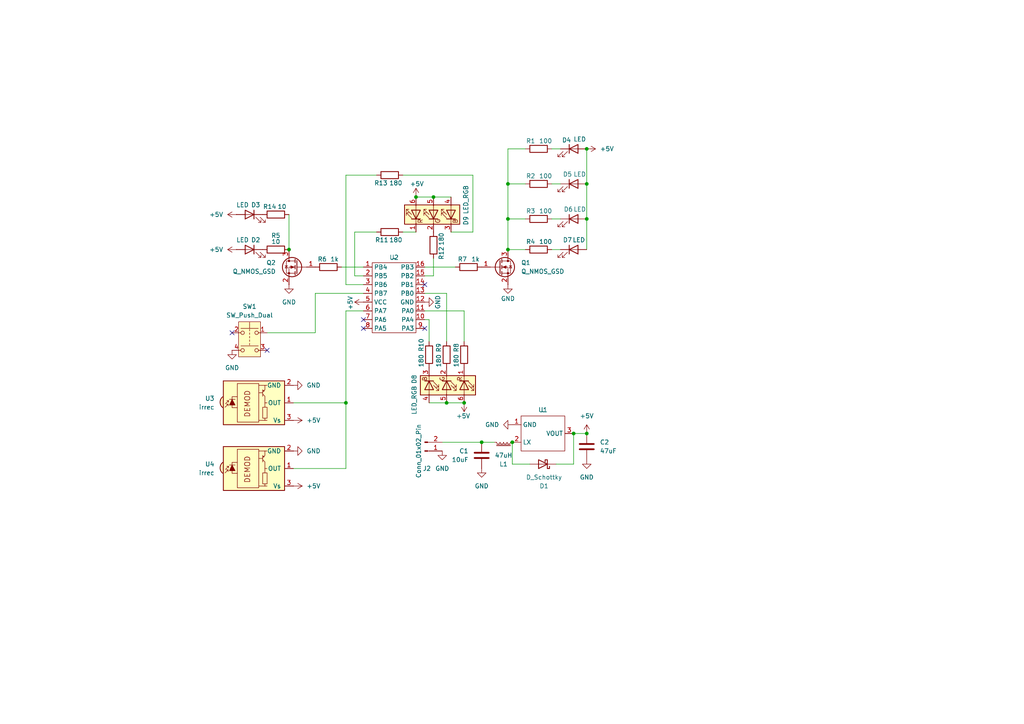
<source format=kicad_sch>
(kicad_sch (version 20250114) (generator "eeschema") (generator_version "9.0")
  (paper "A4")
  (title_block (title "LED trinket") (company "(c)2025 Theo Borm"))
  (lib_symbols
    (symbol "Connector:Conn_01x02_Pin" (pin_names (offset 1.016) (hide yes))
      (property "Reference" "J" (at 0 2.54 0))
      (property "Value" "Conn_01x02_Pin" (at 0 -5.08 0))
      (symbol "Conn_01x02_Pin_1_1"
        (rectangle (start 0.8636 0.127) (end 0 -0.127) (stroke (width 0.1524)) (fill (type outline)))
        (rectangle (start 0.8636 -2.413) (end 0 -2.667) (stroke (width 0.1524)) (fill (type outline)))
        (polyline (pts (xy 1.27 0) (xy 0.8636 0)) (stroke (width 0.1524)))
        (polyline (pts (xy 1.27 -2.54) (xy 0.8636 -2.54)) (stroke (width 0.1524)))
        (pin passive line (at 5.08 0 180) (length 3.81) (name "Pin_1") (number "1"))
        (pin passive line (at 5.08 -2.54 180) (length 3.81) (name "Pin_2") (number "2"))
      )
    )
    (symbol "Device:C" (pin_numbers (hide yes)) (pin_names (offset 0.254))
      (property "Reference" "C" (at 0.635 2.54 0))
      (property "Value" "C" (at 0.635 -2.54 0))
      (symbol "C_0_1"
        (polyline (pts (xy -2.032 0.762) (xy 2.032 0.762)) (stroke (width 0.508)))
        (polyline (pts (xy -2.032 -0.762) (xy 2.032 -0.762)) (stroke (width 0.508)))
      )
      (symbol "C_1_1"
        (pin passive line (at 0 3.81 270) (length 2.794) (name "~") (number "1"))
        (pin passive line (at 0 -3.81 90) (length 2.794) (name "~") (number "2"))
      )
    )
    (symbol "Device:D_Schottky" (pin_numbers (hide yes)) (pin_names (offset 1.016) (hide yes))
      (property "Reference" "D" (at 0 2.54 0))
      (property "Value" "D_Schottky" (at 0 -2.54 0))
      (symbol "D_Schottky_0_1"
        (polyline (pts (xy -1.905 0.635) (xy -1.905 1.27) (xy -1.27 1.27) (xy -1.27 -1.27) (xy -0.635 -1.27) (xy -0.635 -0.635)) (stroke (width 0.254)))
        (polyline (pts (xy 1.27 1.27) (xy 1.27 -1.27) (xy -1.27 0) (xy 1.27 1.27)) (stroke (width 0.254)))
        (polyline (pts (xy 1.27 0) (xy -1.27 0)))
      )
      (symbol "D_Schottky_1_1"
        (pin passive line (at -3.81 0 0) (length 2.54) (name "K") (number "1"))
        (pin passive line (at 3.81 0 180) (length 2.54) (name "A") (number "2"))
      )
    )
    (symbol "Device:LED" (pin_numbers (hide yes)) (pin_names (offset 1.016) (hide yes))
      (property "Reference" "D" (at 0 2.54 0))
      (property "Value" "LED" (at 0 -2.54 0))
      (symbol "LED_0_1"
        (polyline (pts (xy -3.048 -0.762) (xy -4.572 -2.286) (xy -3.81 -2.286) (xy -4.572 -2.286) (xy -4.572 -1.524)))
        (polyline (pts (xy -1.778 -0.762) (xy -3.302 -2.286) (xy -2.54 -2.286) (xy -3.302 -2.286) (xy -3.302 -1.524)))
        (polyline (pts (xy -1.27 0) (xy 1.27 0)))
        (polyline (pts (xy -1.27 -1.27) (xy -1.27 1.27)) (stroke (width 0.254)))
        (polyline (pts (xy 1.27 -1.27) (xy 1.27 1.27) (xy -1.27 0) (xy 1.27 -1.27)) (stroke (width 0.254)))
      )
      (symbol "LED_1_1"
        (pin passive line (at -3.81 0 0) (length 2.54) (name "K") (number "1"))
        (pin passive line (at 3.81 0 180) (length 2.54) (name "A") (number "2"))
      )
    )
    (symbol "Device:LED_RGB" (pin_names (offset 0) (hide yes))
      (property "Reference" "D" (at 0 9.398 0))
      (property "Value" "LED_RGB" (at 0 -8.89 0))
      (symbol "LED_RGB_0_0"
        (text "R" (at -1.905 3.81 0) (effects (font (size 1.27 1.27))))
        (text "G" (at -1.905 -1.27 0) (effects (font (size 1.27 1.27))))
        (text "B" (at -1.905 -6.35 0) (effects (font (size 1.27 1.27))))
      )
      (symbol "LED_RGB_0_1"
        (polyline (pts (xy -1.27 6.35) (xy -1.27 3.81)) (stroke (width 0.254)))
        (polyline (pts (xy -1.27 6.35) (xy -1.27 3.81) (xy -1.27 3.81)))
        (polyline (pts (xy -1.27 5.08) (xy -2.54 5.08)))
        (polyline (pts (xy -1.27 5.08) (xy 1.27 5.08)))
        (polyline (pts (xy -1.27 1.27) (xy -1.27 -1.27)) (stroke (width 0.254)))
        (polyline (pts (xy -1.27 1.27) (xy -1.27 -1.27) (xy -1.27 -1.27)))
        (polyline (pts (xy -1.27 0) (xy -2.54 0)))
        (polyline (pts (xy -1.27 -3.81) (xy -1.27 -6.35)) (stroke (width 0.254)))
        (polyline (pts (xy -1.27 -5.08) (xy -2.54 -5.08)))
        (polyline (pts (xy -1.27 -5.08) (xy 1.27 -5.08)))
        (polyline (pts (xy -1.016 6.35) (xy 0.508 7.874) (xy -0.254 7.874) (xy 0.508 7.874) (xy 0.508 7.112)))
        (polyline (pts (xy -1.016 1.27) (xy 0.508 2.794) (xy -0.254 2.794) (xy 0.508 2.794) (xy 0.508 2.032)))
        (polyline (pts (xy -1.016 -3.81) (xy 0.508 -2.286) (xy -0.254 -2.286) (xy 0.508 -2.286) (xy 0.508 -3.048)))
        (polyline (pts (xy 0 6.35) (xy 1.524 7.874) (xy 0.762 7.874) (xy 1.524 7.874) (xy 1.524 7.112)))
        (polyline (pts (xy 0 1.27) (xy 1.524 2.794) (xy 0.762 2.794) (xy 1.524 2.794) (xy 1.524 2.032)))
        (polyline (pts (xy 0 -3.81) (xy 1.524 -2.286) (xy 0.762 -2.286) (xy 1.524 -2.286) (xy 1.524 -3.048)))
        (polyline (pts (xy 1.27 6.35) (xy 1.27 3.81) (xy -1.27 5.08) (xy 1.27 6.35)) (stroke (width 0.254)))
        (rectangle (start 1.27 6.35) (end 1.27 6.35))
        (polyline (pts (xy 1.27 5.08) (xy 2.54 5.08)))
        (rectangle (start 1.27 3.81) (end 1.27 6.35))
        (polyline (pts (xy 1.27 1.27) (xy 1.27 -1.27) (xy -1.27 0) (xy 1.27 1.27)) (stroke (width 0.254)))
        (rectangle (start 1.27 1.27) (end 1.27 1.27))
        (polyline (pts (xy 1.27 0) (xy -1.27 0)))
        (polyline (pts (xy 1.27 0) (xy 2.54 0)))
        (rectangle (start 1.27 -1.27) (end 1.27 1.27))
        (polyline (pts (xy 1.27 -3.81) (xy 1.27 -6.35) (xy -1.27 -5.08) (xy 1.27 -3.81)) (stroke (width 0.254)))
        (polyline (pts (xy 1.27 -5.08) (xy 2.54 -5.08)))
        (rectangle (start 2.794 8.382) (end -2.794 -7.62) (stroke (width 0.254)) (fill (type background)))
      )
      (symbol "LED_RGB_1_1"
        (pin passive line (at -5.08 5.08 0) (length 2.54) (name "RK") (number "1"))
        (pin passive line (at -5.08 0 0) (length 2.54) (name "GK") (number "2"))
        (pin passive line (at -5.08 -5.08 0) (length 2.54) (name "BK") (number "3"))
        (pin passive line (at 5.08 5.08 180) (length 2.54) (name "RA") (number "6"))
        (pin passive line (at 5.08 0 180) (length 2.54) (name "GA") (number "5"))
        (pin passive line (at 5.08 -5.08 180) (length 2.54) (name "BA") (number "4"))
      )
    )
    (symbol "Device:L_Iron_Small" (pin_numbers (hide yes)) (pin_names (offset 0.254) (hide yes))
      (property "Reference" "L" (at 1.27 1.016 0))
      (property "Value" "L_Iron_Small" (at 1.27 -1.27 0))
      (symbol "L_Iron_Small_0_1"
        (arc (start 0 2.032) (mid 0.5058 1.524) (end 0 1.016))
        (arc (start 0 1.016) (mid 0.5058 0.508) (end 0 0))
        (arc (start 0 0) (mid 0.5058 -0.508) (end 0 -1.016))
        (arc (start 0 -1.016) (mid 0.5058 -1.524) (end 0 -2.032))
        (polyline (pts (xy 0.762 2.032) (xy 0.762 -2.032)))
        (polyline (pts (xy 1.016 -2.032) (xy 1.016 2.032)))
      )
      (symbol "L_Iron_Small_1_1"
        (pin passive line (at 0 2.54 270) (length 0.508) (name "~") (number "1"))
        (pin passive line (at 0 -2.54 90) (length 0.508) (name "~") (number "2"))
      )
    )
    (symbol "Device:R" (pin_numbers (hide yes)) (pin_names (offset 0))
      (property "Reference" "R" (at 2.032 0 90))
      (property "Value" "R" (at 0 0 90))
      (symbol "R_0_1"
        (rectangle (start -1.016 -2.54) (end 1.016 2.54) (stroke (width 0.254)))
      )
      (symbol "R_1_1"
        (pin passive line (at 0 3.81 270) (length 1.27) (name "~") (number "1"))
        (pin passive line (at 0 -3.81 90) (length 1.27) (name "~") (number "2"))
      )
    )
    (symbol "LED_1" (pin_numbers (hide yes)) (pin_names (offset 1.016) (hide yes))
      (property "Reference" "D" (at 0 2.54 0))
      (property "Value" "LED" (at 0 -2.54 0))
      (symbol "LED_1_0_1"
        (polyline (pts (xy -3.048 -0.762) (xy -4.572 -2.286) (xy -3.81 -2.286) (xy -4.572 -2.286) (xy -4.572 -1.524)))
        (polyline (pts (xy -1.778 -0.762) (xy -3.302 -2.286) (xy -2.54 -2.286) (xy -3.302 -2.286) (xy -3.302 -1.524)))
        (polyline (pts (xy -1.27 0) (xy 1.27 0)))
        (polyline (pts (xy -1.27 -1.27) (xy -1.27 1.27)) (stroke (width 0.254)))
        (polyline (pts (xy 1.27 -1.27) (xy 1.27 1.27) (xy -1.27 0) (xy 1.27 -1.27)) (stroke (width 0.254)))
      )
      (symbol "LED_1_1_1"
        (pin passive line (at -3.81 0 0) (length 2.54) (name "K") (number "1"))
        (pin passive line (at 3.81 0 180) (length 2.54) (name "A") (number "2"))
      )
    )
    (symbol "LED_2" (pin_numbers (hide yes)) (pin_names (offset 1.016) (hide yes))
      (property "Reference" "D" (at 0 2.54 0))
      (property "Value" "LED" (at 0 -2.54 0))
      (symbol "LED_2_0_1"
        (polyline (pts (xy -3.048 -0.762) (xy -4.572 -2.286) (xy -3.81 -2.286) (xy -4.572 -2.286) (xy -4.572 -1.524)))
        (polyline (pts (xy -1.778 -0.762) (xy -3.302 -2.286) (xy -2.54 -2.286) (xy -3.302 -2.286) (xy -3.302 -1.524)))
        (polyline (pts (xy -1.27 0) (xy 1.27 0)))
        (polyline (pts (xy -1.27 -1.27) (xy -1.27 1.27)) (stroke (width 0.254)))
        (polyline (pts (xy 1.27 -1.27) (xy 1.27 1.27) (xy -1.27 0) (xy 1.27 -1.27)) (stroke (width 0.254)))
      )
      (symbol "LED_2_1_1"
        (pin passive line (at -3.81 0 0) (length 2.54) (name "K") (number "1"))
        (pin passive line (at 3.81 0 180) (length 2.54) (name "A") (number "2"))
      )
    )
    (symbol "LED_3" (pin_numbers (hide yes)) (pin_names (offset 1.016) (hide yes))
      (property "Reference" "D" (at 0 2.54 0))
      (property "Value" "LED" (at 0 -2.54 0))
      (symbol "LED_3_0_1"
        (polyline (pts (xy -3.048 -0.762) (xy -4.572 -2.286) (xy -3.81 -2.286) (xy -4.572 -2.286) (xy -4.572 -1.524)))
        (polyline (pts (xy -1.778 -0.762) (xy -3.302 -2.286) (xy -2.54 -2.286) (xy -3.302 -2.286) (xy -3.302 -1.524)))
        (polyline (pts (xy -1.27 0) (xy 1.27 0)))
        (polyline (pts (xy -1.27 -1.27) (xy -1.27 1.27)) (stroke (width 0.254)))
        (polyline (pts (xy 1.27 -1.27) (xy 1.27 1.27) (xy -1.27 0) (xy 1.27 -1.27)) (stroke (width 0.254)))
      )
      (symbol "LED_3_1_1"
        (pin passive line (at -3.81 0 0) (length 2.54) (name "K") (number "1"))
        (pin passive line (at 3.81 0 180) (length 2.54) (name "A") (number "2"))
      )
    )
    (symbol "LED_4" (pin_numbers (hide yes)) (pin_names (offset 1.016) (hide yes))
      (property "Reference" "D" (at 0 2.54 0))
      (property "Value" "LED" (at 0 -2.54 0))
      (symbol "LED_4_0_1"
        (polyline (pts (xy -3.048 -0.762) (xy -4.572 -2.286) (xy -3.81 -2.286) (xy -4.572 -2.286) (xy -4.572 -1.524)))
        (polyline (pts (xy -1.778 -0.762) (xy -3.302 -2.286) (xy -2.54 -2.286) (xy -3.302 -2.286) (xy -3.302 -1.524)))
        (polyline (pts (xy -1.27 0) (xy 1.27 0)))
        (polyline (pts (xy -1.27 -1.27) (xy -1.27 1.27)) (stroke (width 0.254)))
        (polyline (pts (xy 1.27 -1.27) (xy 1.27 1.27) (xy -1.27 0) (xy 1.27 -1.27)) (stroke (width 0.254)))
      )
      (symbol "LED_4_1_1"
        (pin passive line (at -3.81 0 0) (length 2.54) (name "K") (number "1"))
        (pin passive line (at 3.81 0 180) (length 2.54) (name "A") (number "2"))
      )
    )
    (symbol "LED_5" (pin_numbers (hide yes)) (pin_names (offset 1.016) (hide yes))
      (property "Reference" "D" (at 0 2.54 0))
      (property "Value" "LED" (at 0 -2.54 0))
      (symbol "LED_5_0_1"
        (polyline (pts (xy -3.048 -0.762) (xy -4.572 -2.286) (xy -3.81 -2.286) (xy -4.572 -2.286) (xy -4.572 -1.524)))
        (polyline (pts (xy -1.778 -0.762) (xy -3.302 -2.286) (xy -2.54 -2.286) (xy -3.302 -2.286) (xy -3.302 -1.524)))
        (polyline (pts (xy -1.27 0) (xy 1.27 0)))
        (polyline (pts (xy -1.27 -1.27) (xy -1.27 1.27)) (stroke (width 0.254)))
        (polyline (pts (xy 1.27 -1.27) (xy 1.27 1.27) (xy -1.27 0) (xy 1.27 -1.27)) (stroke (width 0.254)))
      )
      (symbol "LED_5_1_1"
        (pin passive line (at -3.81 0 0) (length 2.54) (name "K") (number "1"))
        (pin passive line (at 3.81 0 180) (length 2.54) (name "A") (number "2"))
      )
    )
    (symbol "Switch:SW_Push_Dual" (pin_names (offset 1.016) (hide yes))
      (property "Reference" "SW" (at 0 7.62 0))
      (property "Value" "SW_Push_Dual" (at 0 -6.35 0))
      (symbol "SW_Push_Dual_0_1"
        (circle (center -2.032 2.54) (radius 0.508))
        (circle (center -2.032 -2.54) (radius 0.508))
        (polyline (pts (xy 0 3.81) (xy 0 5.588)))
        (polyline (pts (xy 0 3.048) (xy 0 3.556)))
        (polyline (pts (xy 0 2.032) (xy 0 2.54)))
        (polyline (pts (xy 0 1.016) (xy 0 1.524)))
        (polyline (pts (xy 0 0.508) (xy 0 0)))
        (polyline (pts (xy 0 -0.508) (xy 0 -1.016)))
        (circle (center 2.032 2.54) (radius 0.508))
        (circle (center 2.032 -2.54) (radius 0.508))
        (polyline (pts (xy 2.54 3.81) (xy -2.54 3.81)))
        (polyline (pts (xy 2.54 -1.27) (xy -2.54 -1.27)))
        (pin passive line (at -5.08 2.54 0) (length 2.54) (name "1") (number "1"))
        (pin passive line (at -5.08 -2.54 0) (length 2.54) (name "3") (number "3"))
        (pin passive line (at 5.08 2.54 180) (length 2.54) (name "2") (number "2"))
        (pin passive line (at 5.08 -2.54 180) (length 2.54) (name "4") (number "4"))
      )
      (symbol "SW_Push_Dual_1_1"
        (rectangle (start -3.175 5.715) (end 3.175 -4.445) (fill (type background)))
      )
    )
    (symbol "Transistor_FET:Q_NMOS_GSD" (pin_names (offset 0) (hide yes))
      (property "Reference" "Q" (at 5.08 1.905 0))
      (property "Value" "Q_NMOS_GSD" (at 5.08 0 0))
      (symbol "Q_NMOS_GSD_0_1"
        (polyline (pts (xy 0.254 1.905) (xy 0.254 -1.905)) (stroke (width 0.254)))
        (polyline (pts (xy 0.254 0) (xy -2.54 0)))
        (polyline (pts (xy 0.762 2.286) (xy 0.762 1.27)) (stroke (width 0.254)))
        (polyline (pts (xy 0.762 0.508) (xy 0.762 -0.508)) (stroke (width 0.254)))
        (polyline (pts (xy 0.762 -1.27) (xy 0.762 -2.286)) (stroke (width 0.254)))
        (polyline (pts (xy 0.762 -1.778) (xy 3.302 -1.778) (xy 3.302 1.778) (xy 0.762 1.778)))
        (polyline (pts (xy 1.016 0) (xy 2.032 0.381) (xy 2.032 -0.381) (xy 1.016 0)) (fill (type outline)))
        (circle (center 1.651 0) (radius 2.794) (stroke (width 0.254)))
        (polyline (pts (xy 2.54 2.54) (xy 2.54 1.778)))
        (circle (center 2.54 1.778) (radius 0.254) (fill (type outline)))
        (circle (center 2.54 -1.778) (radius 0.254) (fill (type outline)))
        (polyline (pts (xy 2.54 -2.54) (xy 2.54 0) (xy 0.762 0)))
        (polyline (pts (xy 2.921 0.381) (xy 3.683 0.381)))
        (polyline (pts (xy 3.302 0.381) (xy 2.921 -0.254) (xy 3.683 -0.254) (xy 3.302 0.381)))
      )
      (symbol "Q_NMOS_GSD_1_1"
        (pin input line (at -5.08 0 0) (length 2.54) (name "G") (number "1"))
        (pin passive line (at 2.54 5.08 270) (length 2.54) (name "D") (number "3"))
        (pin passive line (at 2.54 -5.08 90) (length 2.54) (name "S") (number "2"))
      )
    )
    (symbol "irrec_1" (pin_names (offset 1.016))
      (property "Reference" "U" (at -10.16 7.62 0))
      (property "Value" "irrec" (at -10.16 -7.62 0))
      (symbol "irrec_1_0_0"
        (arc (start -10.287 -1.778) (mid -11.0899 -0.1905) (end -10.287 1.397) (stroke (width 0.254)) (fill (type background)))
        (polyline (pts (xy 1.905 5.08) (xy 0.127 5.08)))
        (polyline (pts (xy 1.905 -5.08) (xy 0.127 -5.08)))
        (text "DEMOD" (at -3.175 0.254 900) (effects (font (size 1.524 1.524))))
      )
      (symbol "irrec_1_0_1"
        (polyline (pts (xy -8.763 0.381) (xy -9.652 1.27)))
        (polyline (pts (xy -8.763 0.381) (xy -9.271 0.381)))
        (polyline (pts (xy -8.763 0.381) (xy -8.763 0.889)))
        (polyline (pts (xy -8.636 -0.635) (xy -9.525 0.254)))
        (polyline (pts (xy -8.636 -0.635) (xy -9.144 -0.635)))
        (polyline (pts (xy -8.636 -0.635) (xy -8.636 -0.127)))
        (polyline (pts (xy -8.382 0.635) (xy -6.731 0.635) (xy -7.62 -1.016) (xy -8.382 0.635)) (fill (type outline)))
        (polyline (pts (xy -8.382 -1.016) (xy -6.731 -1.016)))
        (rectangle (start -6.096 5.588) (end 0.127 -5.588))
        (polyline (pts (xy -6.096 1.397) (xy -7.62 1.397) (xy -7.62 -1.778) (xy -6.096 -1.778)))
        (polyline (pts (xy 1.27 -1.905) (xy 1.27 -3.81)))
        (polyline (pts (xy 1.27 -2.54) (xy 1.905 -1.905) (xy 1.905 0) (xy 2.54 0)))
        (polyline (pts (xy 1.27 -2.921) (xy 0.127 -2.921)))
        (polyline (pts (xy 1.27 -3.175) (xy 1.905 -3.81) (xy 1.905 -5.08) (xy 2.54 -5.08)))
        (polyline (pts (xy 1.397 -3.556) (xy 1.524 -3.556)))
        (polyline (pts (xy 1.651 -3.556) (xy 1.524 -3.556)))
        (polyline (pts (xy 1.651 -3.556) (xy 1.651 -3.302)))
        (polyline (pts (xy 1.905 4.445) (xy 1.905 5.08) (xy 2.54 5.08)))
        (polyline (pts (xy 1.905 0) (xy 1.905 1.27)))
        (rectangle (start 2.54 1.27) (end 1.27 4.445))
        (rectangle (start 7.62 6.35) (end -10.16 -6.35) (stroke (width 0.254)) (fill (type background)))
      )
      (symbol "irrec_1_1_1"
        (pin power_in line (at 10.16 5.08 180) (length 2.54) (name "Vs") (number "3"))
        (pin open_collector line (at 10.16 0 180) (length 2.54) (name "OUT") (number "1"))
        (pin power_in line (at 10.16 -5.08 180) (length 2.54) (name "GND") (number "2"))
      )
    )
    (symbol "power:+5V" (power) (pin_numbers (hide yes)) (pin_names (offset 0) (hide yes))
      (property "Value" "+5V" (at 0 3.556 0))
      (symbol "+5V_0_1"
        (polyline (pts (xy -0.762 1.27) (xy 0 2.54)))
        (polyline (pts (xy 0 2.54) (xy 0.762 1.27)))
        (polyline (pts (xy 0 0) (xy 0 2.54)))
      )
      (symbol "+5V_1_1"
        (pin power_in line (at 0 0 90) (length 0) (name "~") (number "1"))
      )
    )
    (symbol "power:GND" (power) (pin_numbers (hide yes)) (pin_names (offset 0) (hide yes))
      (property "Value" "GND" (at 0 -3.81 0))
      (symbol "GND_0_1"
        (polyline (pts (xy 0 0) (xy 0 -1.27) (xy 1.27 -1.27) (xy 0 -2.54) (xy -1.27 -1.27) (xy 0 -1.27)))
      )
      (symbol "GND_1_1"
        (pin power_in line (at 0 0 270) (length 0) (name "~") (number "1"))
      )
    )
    (symbol "trinket:irrec" (pin_names (offset 1.016))
      (property "Reference" "U" (at -10.16 7.62 0))
      (property "Value" "irrec" (at -10.16 -7.62 0))
      (symbol "irrec_0_0"
        (arc (start -10.287 -1.778) (mid -11.0899 -0.1905) (end -10.287 1.397) (stroke (width 0.254)) (fill (type background)))
        (polyline (pts (xy 1.905 5.08) (xy 0.127 5.08)))
        (polyline (pts (xy 1.905 -5.08) (xy 0.127 -5.08)))
        (text "DEMOD" (at -3.175 0.254 900) (effects (font (size 1.524 1.524))))
      )
      (symbol "irrec_0_1"
        (polyline (pts (xy -8.763 0.381) (xy -9.652 1.27)))
        (polyline (pts (xy -8.763 0.381) (xy -9.271 0.381)))
        (polyline (pts (xy -8.763 0.381) (xy -8.763 0.889)))
        (polyline (pts (xy -8.636 -0.635) (xy -9.525 0.254)))
        (polyline (pts (xy -8.636 -0.635) (xy -9.144 -0.635)))
        (polyline (pts (xy -8.636 -0.635) (xy -8.636 -0.127)))
        (polyline (pts (xy -8.382 0.635) (xy -6.731 0.635) (xy -7.62 -1.016) (xy -8.382 0.635)) (fill (type outline)))
        (polyline (pts (xy -8.382 -1.016) (xy -6.731 -1.016)))
        (rectangle (start -6.096 5.588) (end 0.127 -5.588))
        (polyline (pts (xy -6.096 1.397) (xy -7.62 1.397) (xy -7.62 -1.778) (xy -6.096 -1.778)))
        (polyline (pts (xy 1.27 -1.905) (xy 1.27 -3.81)))
        (polyline (pts (xy 1.27 -2.54) (xy 1.905 -1.905) (xy 1.905 0) (xy 2.54 0)))
        (polyline (pts (xy 1.27 -2.921) (xy 0.127 -2.921)))
        (polyline (pts (xy 1.27 -3.175) (xy 1.905 -3.81) (xy 1.905 -5.08) (xy 2.54 -5.08)))
        (polyline (pts (xy 1.397 -3.556) (xy 1.524 -3.556)))
        (polyline (pts (xy 1.651 -3.556) (xy 1.524 -3.556)))
        (polyline (pts (xy 1.651 -3.556) (xy 1.651 -3.302)))
        (polyline (pts (xy 1.905 4.445) (xy 1.905 5.08) (xy 2.54 5.08)))
        (polyline (pts (xy 1.905 0) (xy 1.905 1.27)))
        (rectangle (start 2.54 1.27) (end 1.27 4.445))
        (rectangle (start 7.62 6.35) (end -10.16 -6.35) (stroke (width 0.254)) (fill (type background)))
      )
      (symbol "irrec_1_1"
        (pin power_in line (at 10.16 5.08 180) (length 2.54) (name "Vs") (number "3"))
        (pin open_collector line (at 10.16 0 180) (length 2.54) (name "OUT") (number "1"))
        (pin power_in line (at 10.16 -5.08 180) (length 2.54) (name "GND") (number "2"))
      )
    )
    (symbol "trinket:pfs154"
      (property "Reference" "U" (at 0 0 0))
      (symbol "pfs154_0_1"
        (rectangle (start -6.35 10.16) (end 6.35 -10.16))
      )
      (symbol "pfs154_1_1"
        (pin passive line (at -8.89 8.89 0) (length 2.54) (name "PB4") (number "1"))
        (pin passive line (at -8.89 6.35 0) (length 2.54) (name "PB5") (number "2"))
        (pin passive line (at -8.89 3.81 0) (length 2.54) (name "PB6") (number "3"))
        (pin passive line (at -8.89 1.27 0) (length 2.54) (name "PB7") (number "4"))
        (pin power_in line (at -8.89 -1.27 0) (length 2.54) (name "VCC") (number "5"))
        (pin passive line (at -8.89 -3.81 0) (length 2.54) (name "PA7") (number "6"))
        (pin passive line (at -8.89 -6.35 0) (length 2.54) (name "PA6") (number "7"))
        (pin passive line (at -8.89 -8.89 0) (length 2.54) (name "PA5") (number "8"))
        (pin passive line (at 8.89 8.89 180) (length 2.54) (name "PB3") (number "16"))
        (pin passive line (at 8.89 6.35 180) (length 2.54) (name "PB2") (number "15"))
        (pin passive line (at 8.89 3.81 180) (length 2.54) (name "PB1") (number "14"))
        (pin passive line (at 8.89 1.27 180) (length 2.54) (name "PB0") (number "13"))
        (pin power_in line (at 8.89 -1.27 180) (length 2.54) (name "GND") (number "12"))
        (pin passive line (at 8.89 -3.81 180) (length 2.54) (name "PA0") (number "11"))
        (pin passive line (at 8.89 -6.35 180) (length 2.54) (name "PA4") (number "10"))
        (pin passive line (at 8.89 -8.89 180) (length 2.54) (name "PA3") (number "9"))
      )
    )
    (symbol "trinket:qx2303"
      (property "Reference" "U" (at 0 0 0))
      (symbol "qx2303_1_1"
        (rectangle (start -6.35 5.08) (end 6.35 -5.08))
        (pin power_out line (at -8.89 2.54 0) (length 2.54) (name "GND") (number "1"))
        (pin passive line (at -8.89 -2.54 0) (length 2.54) (name "LX") (number "2"))
        (pin power_out line (at 8.89 0 180) (length 2.54) (name "VOUT") (number "3"))
      )
    )
  )
  (junction (at 148.59 128.27))
  (junction (at 147.32 53.34))
  (junction (at 83.82 72.39))
  (junction (at 170.18 43.18))
  (junction (at 129.54 116.84))
  (junction (at 147.32 63.5))
  (junction (at 147.32 72.39))
  (junction (at 134.62 116.84))
  (junction (at 166.37 125.73))
  (junction (at 125.73 57.15))
  (junction (at 139.7 128.27))
  (junction (at 170.18 63.5))
  (junction (at 100.33 116.84))
  (junction (at 170.18 125.73))
  (junction (at 120.65 57.15))
  (junction (at 170.18 53.34))
  (no_connect (at 123.19 95.25))
  (no_connect (at 105.41 92.71))
  (no_connect (at 77.47 101.6))
  (no_connect (at 123.19 82.55))
  (no_connect (at 105.41 95.25))
  (no_connect (at 67.31 96.52))
  (wire (pts (xy 125.73 57.15) (xy 130.81 57.15)))
  (wire (pts (xy 100.33 50.8) (xy 100.33 82.55)))
  (wire (pts (xy 102.87 67.31) (xy 109.22 67.31)))
  (wire (pts (xy 148.59 134.62) (xy 153.67 134.62)))
  (wire (pts (xy 161.29 134.62) (xy 166.37 134.62)))
  (wire (pts (xy 83.82 62.23) (xy 83.82 72.39)))
  (wire (pts (xy 160.02 72.39) (xy 162.56 72.39)))
  (wire (pts (xy 137.16 67.31) (xy 130.81 67.31)))
  (wire (pts (xy 124.46 92.71) (xy 124.46 99.06)))
  (wire (pts (xy 170.18 43.18) (xy 170.18 53.34)))
  (wire (pts (xy 105.41 82.55) (xy 100.33 82.55)))
  (wire (pts (xy 147.32 53.34) (xy 152.4 53.34)))
  (wire (pts (xy 85.09 135.89) (xy 100.33 135.89)))
  (wire (pts (xy 100.33 90.17) (xy 100.33 116.84)))
  (wire (pts (xy 116.84 67.31) (xy 120.65 67.31)))
  (wire (pts (xy 123.19 85.09) (xy 129.54 85.09)))
  (wire (pts (xy 134.62 116.84) (xy 129.54 116.84)))
  (wire (pts (xy 91.44 85.09) (xy 91.44 96.52)))
  (wire (pts (xy 148.59 128.27) (xy 148.59 134.62)))
  (wire (pts (xy 160.02 53.34) (xy 162.56 53.34)))
  (wire (pts (xy 123.19 90.17) (xy 134.62 90.17)))
  (wire (pts (xy 120.65 57.15) (xy 125.73 57.15)))
  (wire (pts (xy 139.7 128.27) (xy 143.51 128.27)))
  (wire (pts (xy 100.33 90.17) (xy 105.41 90.17)))
  (wire (pts (xy 105.41 77.47) (xy 99.06 77.47)))
  (wire (pts (xy 166.37 134.62) (xy 166.37 125.73)))
  (wire (pts (xy 102.87 80.01) (xy 102.87 67.31)))
  (wire (pts (xy 116.84 50.8) (xy 137.16 50.8)))
  (wire (pts (xy 85.09 116.84) (xy 100.33 116.84)))
  (wire (pts (xy 147.32 63.5) (xy 147.32 72.39)))
  (wire (pts (xy 147.32 43.18) (xy 147.32 53.34)))
  (wire (pts (xy 170.18 63.5) (xy 170.18 72.39)))
  (wire (pts (xy 100.33 116.84) (xy 100.33 135.89)))
  (wire (pts (xy 170.18 53.34) (xy 170.18 63.5)))
  (wire (pts (xy 129.54 85.09) (xy 129.54 99.06)))
  (wire (pts (xy 166.37 125.73) (xy 170.18 125.73)))
  (wire (pts (xy 102.87 80.01) (xy 105.41 80.01)))
  (wire (pts (xy 132.08 77.47) (xy 123.19 77.47)))
  (wire (pts (xy 160.02 43.18) (xy 162.56 43.18)))
  (wire (pts (xy 147.32 63.5) (xy 152.4 63.5)))
  (wire (pts (xy 123.19 92.71) (xy 124.46 92.71)))
  (wire (pts (xy 134.62 99.06) (xy 134.62 90.17)))
  (wire (pts (xy 100.33 50.8) (xy 109.22 50.8)))
  (wire (pts (xy 129.54 116.84) (xy 124.46 116.84)))
  (wire (pts (xy 105.41 85.09) (xy 91.44 85.09)))
  (wire (pts (xy 128.27 128.27) (xy 139.7 128.27)))
  (wire (pts (xy 91.44 96.52) (xy 77.47 96.52)))
  (wire (pts (xy 137.16 50.8) (xy 137.16 67.31)))
  (wire (pts (xy 147.32 43.18) (xy 152.4 43.18)))
  (wire (pts (xy 125.73 74.93) (xy 125.73 80.01)))
  (wire (pts (xy 160.02 63.5) (xy 162.56 63.5)))
  (wire (pts (xy 123.19 80.01) (xy 125.73 80.01)))
  (wire (pts (xy 147.32 53.34) (xy 147.32 63.5)))
  (wire (pts (xy 147.32 72.39) (xy 152.4 72.39)))
  (symbol (lib_id "power:+5V") (at 85.09 121.92 270) (mirror x) (unit 1)
    (property "Reference" "#PWR013" (effects (hide yes)))
    (property "Value" "+5V" (at 88.9 121.9199 90) (effects (justify left)))
    (property "Description" "Power symbol creates a global label with name \"+5V\"" (effects (hide yes)))
  )
  (symbol (lib_id "Device:R") (at 113.03 50.8 90) (unit 1)
    (property "Reference" "R13" (at 110.49 53.086 90))
    (property "Value" "180" (at 114.808 53.086 90))
    (property "Footprint" "ledtrinket:R_0805" (effects (hide yes)))
    (property "Description" "Resistor" (effects (hide yes)))
  )
  (symbol (lib_id "Device:R") (at 156.21 72.39 90) (unit 1)
    (property "Reference" "R4" (at 153.924 70.104 90))
    (property "Value" "100" (at 158.242 70.104 90))
    (property "Footprint" "ledtrinket:R_0805" (effects (hide yes)))
    (property "Description" "Resistor" (effects (hide yes)))
  )
  (symbol (lib_id "power:GND") (at 147.32 82.55 0) (unit 1)
    (property "Reference" "#PWR07" (effects (hide yes)))
    (property "Value" "GND" (at 147.32 86.614 0))
    (property "Description" "Power symbol creates a global label with name \"GND\" , ground" (effects (hide yes)))
  )
  (symbol (lib_id "Device:R") (at 134.62 102.87 0) (unit 1)
    (property "Reference" "R8" (at 132.334 100.838 90))
    (property "Value" "180" (at 132.334 104.648 90))
    (property "Footprint" "ledtrinket:R_0805" (effects (hide yes)))
    (property "Description" "Resistor" (effects (hide yes)))
  )
  (symbol (lib_id "Device:R") (at 156.21 53.34 90) (unit 1)
    (property "Reference" "R2" (at 153.924 51.054 90))
    (property "Value" "100" (at 158.242 51.054 90))
    (property "Footprint" "ledtrinket:R_0805" (effects (hide yes)))
    (property "Description" "Resistor" (effects (hide yes)))
  )
  (symbol (lib_id "power:+5V") (at 120.65 57.15 0) (unit 1)
    (property "Reference" "#PWR016" (effects (hide yes)))
    (property "Value" "+5V" (at 118.872 53.34 0) (effects (justify left)))
    (property "Description" "Power symbol creates a global label with name \"+5V\"" (effects (hide yes)))
  )
  (symbol (lib_id "power:+5V") (at 85.09 140.97 270) (mirror x) (unit 1)
    (property "Reference" "#PWR014" (effects (hide yes)))
    (property "Value" "+5V" (at 88.9 140.9699 90) (effects (justify left)))
    (property "Description" "Power symbol creates a global label with name \"+5V\"" (effects (hide yes)))
  )
  (symbol (lib_id "Device:R") (at 113.03 67.31 90) (unit 1)
    (property "Reference" "R11" (at 110.744 69.596 90))
    (property "Value" "180" (at 114.808 69.596 90))
    (property "Footprint" "ledtrinket:R_0805" (effects (hide yes)))
    (property "Description" "Resistor" (effects (hide yes)))
  )
  (symbol (lib_id "Device:R") (at 156.21 43.18 90) (unit 1)
    (property "Reference" "R1" (at 153.924 40.894 90))
    (property "Value" "100" (at 158.242 40.894 90))
    (property "Footprint" "ledtrinket:R_0805" (effects (hide yes)))
    (property "Description" "Resistor" (effects (hide yes)))
  )
  (symbol (lib_name "LED_1") (lib_id "Device:LED") (at 72.39 62.23 0) (mirror y) (unit 1)
    (property "Reference" "D3" (at 74.168 59.436 0))
    (property "Value" "LED" (at 70.358 59.436 0))
    (property "Footprint" "ledtrinket:D_2835" (effects (hide yes)))
    (property "Description" "Light emitting diode" (effects (hide yes)))
    (property "Sim.Pins" "1=K 2=A" (effects (hide yes)))
  )
  (symbol (lib_id "power:GND") (at 128.27 130.81 0) (unit 1)
    (property "Reference" "#PWR021" (effects (hide yes)))
    (property "Value" "GND" (at 128.27 135.89 0))
    (property "Description" "Power symbol creates a global label with name \"GND\" , ground" (effects (hide yes)))
  )
  (symbol (lib_id "Device:C") (at 139.7 132.08 0) (mirror y) (unit 1)
    (property "Reference" "C1" (at 135.89 130.8099 0) (effects (justify left)))
    (property "Value" "10uF" (at 135.89 133.3499 0) (effects (justify left)))
    (property "Footprint" "ledtrinket:C_0805" (effects (hide yes)))
    (property "Description" "Unpolarized capacitor" (effects (hide yes)))
  )
  (symbol (lib_name "LED_4") (lib_id "Device:LED") (at 166.37 53.34 0) (unit 1)
    (property "Reference" "D5" (at 164.592 50.546 0))
    (property "Value" "LED" (at 168.148 50.546 0))
    (property "Footprint" "ledtrinket:led_lamp_th" (effects (hide yes)))
    (property "Description" "Light emitting diode" (effects (hide yes)))
    (property "Sim.Pins" "1=K 2=A" (effects (hide yes)))
  )
  (symbol (lib_id "Transistor_FET:Q_NMOS_GSD") (at 86.36 77.47 0) (mirror y) (unit 1)
    (property "Reference" "Q2" (at 80.01 76.1999 0) (effects (justify left)))
    (property "Value" "Q_NMOS_GSD" (at 80.01 78.7399 0) (effects (justify left)))
    (property "Footprint" "ledtrinket:SOT-23" (effects (hide yes)))
    (property "Description" "N-MOSFET transistor, gate/source/drain" (effects (hide yes)))
  )
  (symbol (lib_id "Device:D_Schottky") (at 157.48 134.62 180) (unit 1)
    (property "Reference" "D1" (at 157.7975 140.97 0))
    (property "Value" "D_Schottky" (at 157.7975 138.43 0))
    (property "Footprint" "ledtrinket:D_SOD-123" (effects (hide yes)))
    (property "Description" "Schottky diode" (effects (hide yes)))
  )
  (symbol (lib_id "power:GND") (at 139.7 135.89 0) (unit 1)
    (property "Reference" "#PWR02" (effects (hide yes)))
    (property "Value" "GND" (at 139.7 140.97 0))
    (property "Description" "Power symbol creates a global label with name \"GND\" , ground" (effects (hide yes)))
  )
  (symbol (lib_id "Device:R") (at 95.25 77.47 270) (mirror x) (unit 1)
    (property "Reference" "R6" (at 93.472 75.184 90))
    (property "Value" "1k" (at 97.028 75.184 90))
    (property "Footprint" "ledtrinket:R_0805" (effects (hide yes)))
    (property "Description" "Resistor" (effects (hide yes)))
  )
  (symbol (lib_id "Device:LED") (at 166.37 72.39 0) (unit 1)
    (property "Reference" "D7" (at 164.592 69.596 0))
    (property "Value" "LED" (at 167.894 69.596 0))
    (property "Footprint" "ledtrinket:led_lamp_th" (effects (hide yes)))
    (property "Description" "Light emitting diode" (effects (hide yes)))
    (property "Sim.Pins" "1=K 2=A" (effects (hide yes)))
  )
  (symbol (lib_id "power:+5V") (at 68.58 62.23 90) (mirror x) (unit 1)
    (property "Reference" "#PWR018" (effects (hide yes)))
    (property "Value" "+5V" (at 64.77 62.2299 90) (effects (justify left)))
    (property "Description" "Power symbol creates a global label with name \"+5V\"" (effects (hide yes)))
  )
  (symbol (lib_name "LED_5") (lib_id "Device:LED") (at 166.37 63.5 0) (unit 1)
    (property "Reference" "D6" (at 164.846 60.706 0))
    (property "Value" "LED" (at 168.148 60.706 0))
    (property "Footprint" "ledtrinket:led_lamp_th" (effects (hide yes)))
    (property "Description" "Light emitting diode" (effects (hide yes)))
    (property "Sim.Pins" "1=K 2=A" (effects (hide yes)))
  )
  (symbol (lib_id "power:+5V") (at 134.62 116.84 180) (unit 1)
    (property "Reference" "#PWR015" (effects (hide yes)))
    (property "Value" "+5V" (at 136.398 120.65 0) (effects (justify left)))
    (property "Description" "Power symbol creates a global label with name \"+5V\"" (effects (hide yes)))
  )
  (symbol (lib_id "Device:R") (at 125.73 71.12 180) (unit 1)
    (property "Reference" "R12" (at 128.016 73.406 90))
    (property "Value" "180" (at 128.016 69.342 90))
    (property "Footprint" "ledtrinket:R_0805" (effects (hide yes)))
    (property "Description" "Resistor" (effects (hide yes)))
  )
  (symbol (lib_id "Device:R") (at 80.01 62.23 270) (mirror x) (unit 1)
    (property "Reference" "R14" (at 78.232 59.944 90))
    (property "Value" "10" (at 81.788 59.944 90))
    (property "Footprint" "ledtrinket:R_1206" (effects (hide yes)))
    (property "Description" "Resistor" (effects (hide yes)))
  )
  (symbol (lib_id "Device:R") (at 135.89 77.47 90) (unit 1)
    (property "Reference" "R7" (at 134.112 75.184 90))
    (property "Value" "1k" (at 137.922 75.184 90))
    (property "Footprint" "ledtrinket:R_0805" (effects (hide yes)))
    (property "Description" "Resistor" (effects (hide yes)))
  )
  (symbol (lib_id "Device:LED_RGB") (at 125.73 62.23 90) (unit 1)
    (property "Reference" "D9" (at 135.128 64.008 0))
    (property "Value" "LED_RGB" (at 135.128 57.912 0))
    (property "Footprint" "ledtrinket:LED_RGB" (effects (hide yes)))
    (property "Description" "RGB LED, 6 pin package" (effects (hide yes)))
  )
  (symbol (lib_id "Device:R") (at 156.21 63.5 90) (unit 1)
    (property "Reference" "R3" (at 153.924 61.214 90))
    (property "Value" "100" (at 158.242 61.214 90))
    (property "Footprint" "ledtrinket:R_0805" (effects (hide yes)))
    (property "Description" "Resistor" (effects (hide yes)))
  )
  (symbol (lib_id "Device:L_Iron_Small") (at 146.05 128.27 270) (unit 1)
    (property "Reference" "L1" (at 146.05 134.62 90))
    (property "Value" "47uH" (at 146.05 132.08 90))
    (property "Footprint" "ledtrinket:L" (effects (hide yes)))
    (property "Description" "Inductor with iron core, small symbol" (effects (hide yes)))
  )
  (symbol (lib_id "Device:LED_RGB") (at 129.54 111.76 270) (unit 1)
    (property "Reference" "D8" (at 120.142 109.982 0))
    (property "Value" "LED_RGB" (at 120.142 116.078 0))
    (property "Footprint" "ledtrinket:LED_RGB" (effects (hide yes)))
    (property "Description" "RGB LED, 6 pin package" (effects (hide yes)))
  )
  (symbol (lib_name "irrec_1") (lib_id "trinket:irrec") (at 74.93 116.84 0) (mirror x) (unit 1)
    (property "Reference" "U3" (at 62.23 115.5699 0) (effects (justify right)))
    (property "Value" "irrec" (at 62.23 118.1099 0) (effects (justify right)))
    (property "Footprint" "ledtrinket:irrec" (effects (hide yes)))
  )
  (symbol (lib_id "power:GND") (at 85.09 130.81 90) (mirror x) (unit 1)
    (property "Reference" "#PWR012" (effects (hide yes)))
    (property "Value" "GND" (at 88.9 130.8099 90) (effects (justify right)))
    (property "Description" "Power symbol creates a global label with name \"GND\" , ground" (effects (hide yes)))
  )
  (symbol (lib_id "Device:C") (at 170.18 129.54 0) (unit 1)
    (property "Reference" "C2" (at 173.99 128.2699 0) (effects (justify left)))
    (property "Value" "47uF" (at 173.99 130.8099 0) (effects (justify left)))
    (property "Footprint" "ledtrinket:C_1206" (effects (hide yes)))
    (property "Description" "Unpolarized capacitor" (effects (hide yes)))
  )
  (symbol (lib_id "trinket:pfs154") (at 114.3 86.36 0) (unit 1)
    (property "Reference" "U2" (at 114.3 74.676 0))
    (property "Value" "~" (at 114.3 74.93 0))
    (property "Footprint" "ledtrinket:SOP-16" (effects (hide yes)))
  )
  (symbol (lib_id "power:+5V") (at 170.18 43.18 270) (unit 1)
    (property "Reference" "#PWR010" (effects (hide yes)))
    (property "Value" "+5V" (at 173.99 43.1799 90) (effects (justify left)))
    (property "Description" "Power symbol creates a global label with name \"+5V\"" (effects (hide yes)))
  )
  (symbol (lib_id "Switch:SW_Push_Dual") (at 72.39 99.06 0) (mirror y) (unit 1)
    (property "Reference" "SW1" (at 72.39 88.9 0))
    (property "Value" "SW_Push_Dual" (at 72.39 91.44 0))
    (property "Footprint" "ledtrinket:button" (effects (hide yes)))
    (property "Description" "Push button switch, generic, symbol, four pins" (effects (hide yes)))
  )
  (symbol (lib_name "LED_3") (lib_id "Device:LED") (at 166.37 43.18 0) (unit 1)
    (property "Reference" "D4" (at 164.338 40.64 0))
    (property "Value" "LED" (at 168.148 40.386 0))
    (property "Footprint" "ledtrinket:led_lamp_th" (effects (hide yes)))
    (property "Description" "Light emitting diode" (effects (hide yes)))
    (property "Sim.Pins" "1=K 2=A" (effects (hide yes)))
  )
  (symbol (lib_id "Transistor_FET:Q_NMOS_GSD") (at 144.78 77.47 0) (unit 1)
    (property "Reference" "Q1" (at 151.13 76.1999 0) (effects (justify left)))
    (property "Value" "Q_NMOS_GSD" (at 151.13 78.7399 0) (effects (justify left)))
    (property "Footprint" "ledtrinket:SOT-23" (effects (hide yes)))
    (property "Description" "N-MOSFET transistor, gate/source/drain" (effects (hide yes)))
  )
  (symbol (lib_name "LED_2") (lib_id "Device:LED") (at 72.39 72.39 0) (mirror y) (unit 1)
    (property "Reference" "D2" (at 74.168 69.596 0))
    (property "Value" "LED" (at 70.358 69.596 0))
    (property "Footprint" "ledtrinket:D_2835" (effects (hide yes)))
    (property "Description" "Light emitting diode" (effects (hide yes)))
    (property "Sim.Pins" "1=K 2=A" (effects (hide yes)))
  )
  (symbol (lib_id "power:GND") (at 67.31 101.6 0) (mirror y) (unit 1)
    (property "Reference" "#PWR017" (effects (hide yes)))
    (property "Value" "GND" (at 67.31 106.68 0))
    (property "Description" "Power symbol creates a global label with name \"GND\" , ground" (effects (hide yes)))
  )
  (symbol (lib_id "Device:R") (at 124.46 102.87 0) (unit 1)
    (property "Reference" "R10" (at 122.174 100.076 90))
    (property "Value" "180" (at 122.174 104.648 90))
    (property "Footprint" "ledtrinket:R_0805" (effects (hide yes)))
    (property "Description" "Resistor" (effects (hide yes)))
  )
  (symbol (lib_id "power:GND") (at 123.19 87.63 90) (unit 1)
    (property "Reference" "#PWR06" (effects (hide yes)))
    (property "Value" "GND" (at 127 85.598 0) (effects (justify right)))
    (property "Description" "Power symbol creates a global label with name \"GND\" , ground" (effects (hide yes)))
  )
  (symbol (lib_id "power:+5V") (at 170.18 125.73 0) (unit 1)
    (property "Reference" "#PWR04" (effects (hide yes)))
    (property "Value" "+5V" (at 170.18 120.65 0))
    (property "Description" "Power symbol creates a global label with name \"+5V\"" (effects (hide yes)))
  )
  (symbol (lib_id "Connector:Conn_01x02_Pin") (at 123.19 130.81 0) (mirror x) (unit 1)
    (property "Reference" "J2" (at 123.825 135.89 0))
    (property "Value" "Conn_01x02_Pin" (at 121.412 130.81 90))
    (property "Footprint" "ledtrinket:powpins" (effects (hide yes)))
    (property "Description" "Generic connector, single row, 01x02, script generated" (effects (hide yes)))
  )
  (symbol (lib_id "Device:R") (at 80.01 72.39 270) (mirror x) (unit 1)
    (property "Reference" "R5" (at 80.01 68.326 90))
    (property "Value" "10" (at 80.01 70.104 90))
    (property "Footprint" "ledtrinket:R_1206" (effects (hide yes)))
    (property "Description" "Resistor" (effects (hide yes)))
  )
  (symbol (lib_id "power:GND") (at 83.82 82.55 0) (mirror y) (unit 1)
    (property "Reference" "#PWR08" (effects (hide yes)))
    (property "Value" "GND" (at 83.82 87.63 0))
    (property "Description" "Power symbol creates a global label with name \"GND\" , ground" (effects (hide yes)))
  )
  (symbol (lib_id "trinket:qx2303") (at 157.48 125.73 0) (unit 1)
    (property "Reference" "U1" (at 157.48 118.872 0))
    (property "Value" "~" (at 157.48 119.38 0))
    (property "Footprint" "ledtrinket:SOT-23" (effects (hide yes)))
  )
  (symbol (lib_id "Device:R") (at 129.54 102.87 0) (unit 1)
    (property "Reference" "R9" (at 127.254 100.838 90))
    (property "Value" "180" (at 127.254 104.648 90))
    (property "Footprint" "ledtrinket:R_0805" (effects (hide yes)))
    (property "Description" "Resistor" (effects (hide yes)))
  )
  (symbol (lib_id "power:+5V") (at 68.58 72.39 90) (mirror x) (unit 1)
    (property "Reference" "#PWR09" (effects (hide yes)))
    (property "Value" "+5V" (at 64.77 72.3899 90) (effects (justify left)))
    (property "Description" "Power symbol creates a global label with name \"+5V\"" (effects (hide yes)))
  )
  (symbol (lib_id "power:GND") (at 85.09 111.76 90) (mirror x) (unit 1)
    (property "Reference" "#PWR011" (effects (hide yes)))
    (property "Value" "GND" (at 88.9 111.7599 90) (effects (justify right)))
    (property "Description" "Power symbol creates a global label with name \"GND\" , ground" (effects (hide yes)))
  )
  (symbol (lib_id "power:GND") (at 148.59 123.19 270) (unit 1)
    (property "Reference" "#PWR01" (effects (hide yes)))
    (property "Value" "GND" (at 144.78 123.1899 90) (effects (justify right)))
    (property "Description" "Power symbol creates a global label with name \"GND\" , ground" (effects (hide yes)))
  )
  (symbol (lib_id "power:GND") (at 170.18 133.35 0) (unit 1)
    (property "Reference" "#PWR03" (effects (hide yes)))
    (property "Value" "GND" (at 170.18 138.43 0))
    (property "Description" "Power symbol creates a global label with name \"GND\" , ground" (effects (hide yes)))
  )
  (symbol (lib_id "trinket:irrec") (at 74.93 135.89 0) (mirror x) (unit 1)
    (property "Reference" "U4" (at 62.23 134.6199 0) (effects (justify right)))
    (property "Value" "irrec" (at 62.23 137.1599 0) (effects (justify right)))
    (property "Footprint" "ledtrinket:irrec" (effects (hide yes)))
  )
  (symbol (lib_id "power:+5V") (at 105.41 87.63 90) (unit 1)
    (property "Reference" "#PWR05" (effects (hide yes)))
    (property "Value" "+5V" (at 101.6 89.916 0) (effects (justify left)))
    (property "Description" "Power symbol creates a global label with name \"+5V\"" (effects (hide yes)))
  )
)
</source>
